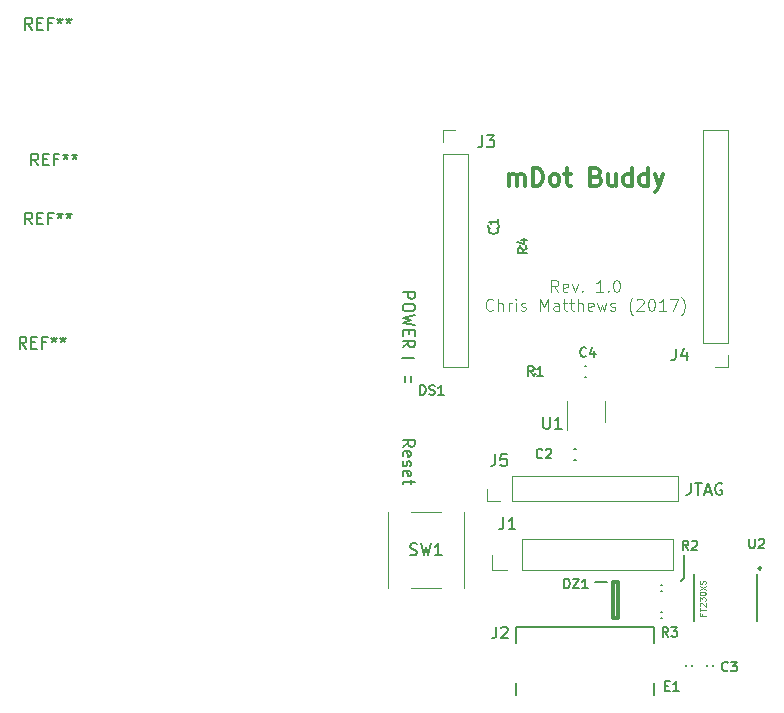
<source format=gto>
G04 #@! TF.FileFunction,Legend,Top*
%FSLAX46Y46*%
G04 Gerber Fmt 4.6, Leading zero omitted, Abs format (unit mm)*
G04 Created by KiCad (PCBNEW 4.0.7) date 01/02/18 09:07:11*
%MOMM*%
%LPD*%
G01*
G04 APERTURE LIST*
%ADD10C,0.100000*%
%ADD11C,0.300000*%
%ADD12C,0.200000*%
%ADD13C,0.150000*%
%ADD14C,0.120000*%
%ADD15C,0.350000*%
G04 APERTURE END LIST*
D10*
X108690477Y-112652381D02*
X108357143Y-112176190D01*
X108119048Y-112652381D02*
X108119048Y-111652381D01*
X108500001Y-111652381D01*
X108595239Y-111700000D01*
X108642858Y-111747619D01*
X108690477Y-111842857D01*
X108690477Y-111985714D01*
X108642858Y-112080952D01*
X108595239Y-112128571D01*
X108500001Y-112176190D01*
X108119048Y-112176190D01*
X109500001Y-112604762D02*
X109404763Y-112652381D01*
X109214286Y-112652381D01*
X109119048Y-112604762D01*
X109071429Y-112509524D01*
X109071429Y-112128571D01*
X109119048Y-112033333D01*
X109214286Y-111985714D01*
X109404763Y-111985714D01*
X109500001Y-112033333D01*
X109547620Y-112128571D01*
X109547620Y-112223810D01*
X109071429Y-112319048D01*
X109880953Y-111985714D02*
X110119048Y-112652381D01*
X110357144Y-111985714D01*
X110738096Y-112557143D02*
X110785715Y-112604762D01*
X110738096Y-112652381D01*
X110690477Y-112604762D01*
X110738096Y-112557143D01*
X110738096Y-112652381D01*
X112500001Y-112652381D02*
X111928572Y-112652381D01*
X112214286Y-112652381D02*
X112214286Y-111652381D01*
X112119048Y-111795238D01*
X112023810Y-111890476D01*
X111928572Y-111938095D01*
X112928572Y-112557143D02*
X112976191Y-112604762D01*
X112928572Y-112652381D01*
X112880953Y-112604762D01*
X112928572Y-112557143D01*
X112928572Y-112652381D01*
X113595238Y-111652381D02*
X113690477Y-111652381D01*
X113785715Y-111700000D01*
X113833334Y-111747619D01*
X113880953Y-111842857D01*
X113928572Y-112033333D01*
X113928572Y-112271429D01*
X113880953Y-112461905D01*
X113833334Y-112557143D01*
X113785715Y-112604762D01*
X113690477Y-112652381D01*
X113595238Y-112652381D01*
X113500000Y-112604762D01*
X113452381Y-112557143D01*
X113404762Y-112461905D01*
X113357143Y-112271429D01*
X113357143Y-112033333D01*
X113404762Y-111842857D01*
X113452381Y-111747619D01*
X113500000Y-111700000D01*
X113595238Y-111652381D01*
X103166666Y-114157143D02*
X103119047Y-114204762D01*
X102976190Y-114252381D01*
X102880952Y-114252381D01*
X102738094Y-114204762D01*
X102642856Y-114109524D01*
X102595237Y-114014286D01*
X102547618Y-113823810D01*
X102547618Y-113680952D01*
X102595237Y-113490476D01*
X102642856Y-113395238D01*
X102738094Y-113300000D01*
X102880952Y-113252381D01*
X102976190Y-113252381D01*
X103119047Y-113300000D01*
X103166666Y-113347619D01*
X103595237Y-114252381D02*
X103595237Y-113252381D01*
X104023809Y-114252381D02*
X104023809Y-113728571D01*
X103976190Y-113633333D01*
X103880952Y-113585714D01*
X103738094Y-113585714D01*
X103642856Y-113633333D01*
X103595237Y-113680952D01*
X104499999Y-114252381D02*
X104499999Y-113585714D01*
X104499999Y-113776190D02*
X104547618Y-113680952D01*
X104595237Y-113633333D01*
X104690475Y-113585714D01*
X104785714Y-113585714D01*
X105119047Y-114252381D02*
X105119047Y-113585714D01*
X105119047Y-113252381D02*
X105071428Y-113300000D01*
X105119047Y-113347619D01*
X105166666Y-113300000D01*
X105119047Y-113252381D01*
X105119047Y-113347619D01*
X105547618Y-114204762D02*
X105642856Y-114252381D01*
X105833332Y-114252381D01*
X105928571Y-114204762D01*
X105976190Y-114109524D01*
X105976190Y-114061905D01*
X105928571Y-113966667D01*
X105833332Y-113919048D01*
X105690475Y-113919048D01*
X105595237Y-113871429D01*
X105547618Y-113776190D01*
X105547618Y-113728571D01*
X105595237Y-113633333D01*
X105690475Y-113585714D01*
X105833332Y-113585714D01*
X105928571Y-113633333D01*
X107166666Y-114252381D02*
X107166666Y-113252381D01*
X107500000Y-113966667D01*
X107833333Y-113252381D01*
X107833333Y-114252381D01*
X108738095Y-114252381D02*
X108738095Y-113728571D01*
X108690476Y-113633333D01*
X108595238Y-113585714D01*
X108404761Y-113585714D01*
X108309523Y-113633333D01*
X108738095Y-114204762D02*
X108642857Y-114252381D01*
X108404761Y-114252381D01*
X108309523Y-114204762D01*
X108261904Y-114109524D01*
X108261904Y-114014286D01*
X108309523Y-113919048D01*
X108404761Y-113871429D01*
X108642857Y-113871429D01*
X108738095Y-113823810D01*
X109071428Y-113585714D02*
X109452380Y-113585714D01*
X109214285Y-113252381D02*
X109214285Y-114109524D01*
X109261904Y-114204762D01*
X109357142Y-114252381D01*
X109452380Y-114252381D01*
X109642857Y-113585714D02*
X110023809Y-113585714D01*
X109785714Y-113252381D02*
X109785714Y-114109524D01*
X109833333Y-114204762D01*
X109928571Y-114252381D01*
X110023809Y-114252381D01*
X110357143Y-114252381D02*
X110357143Y-113252381D01*
X110785715Y-114252381D02*
X110785715Y-113728571D01*
X110738096Y-113633333D01*
X110642858Y-113585714D01*
X110500000Y-113585714D01*
X110404762Y-113633333D01*
X110357143Y-113680952D01*
X111642858Y-114204762D02*
X111547620Y-114252381D01*
X111357143Y-114252381D01*
X111261905Y-114204762D01*
X111214286Y-114109524D01*
X111214286Y-113728571D01*
X111261905Y-113633333D01*
X111357143Y-113585714D01*
X111547620Y-113585714D01*
X111642858Y-113633333D01*
X111690477Y-113728571D01*
X111690477Y-113823810D01*
X111214286Y-113919048D01*
X112023810Y-113585714D02*
X112214286Y-114252381D01*
X112404763Y-113776190D01*
X112595239Y-114252381D01*
X112785715Y-113585714D01*
X113119048Y-114204762D02*
X113214286Y-114252381D01*
X113404762Y-114252381D01*
X113500001Y-114204762D01*
X113547620Y-114109524D01*
X113547620Y-114061905D01*
X113500001Y-113966667D01*
X113404762Y-113919048D01*
X113261905Y-113919048D01*
X113166667Y-113871429D01*
X113119048Y-113776190D01*
X113119048Y-113728571D01*
X113166667Y-113633333D01*
X113261905Y-113585714D01*
X113404762Y-113585714D01*
X113500001Y-113633333D01*
X115023811Y-114633333D02*
X114976191Y-114585714D01*
X114880953Y-114442857D01*
X114833334Y-114347619D01*
X114785715Y-114204762D01*
X114738096Y-113966667D01*
X114738096Y-113776190D01*
X114785715Y-113538095D01*
X114833334Y-113395238D01*
X114880953Y-113300000D01*
X114976191Y-113157143D01*
X115023811Y-113109524D01*
X115357144Y-113347619D02*
X115404763Y-113300000D01*
X115500001Y-113252381D01*
X115738097Y-113252381D01*
X115833335Y-113300000D01*
X115880954Y-113347619D01*
X115928573Y-113442857D01*
X115928573Y-113538095D01*
X115880954Y-113680952D01*
X115309525Y-114252381D01*
X115928573Y-114252381D01*
X116547620Y-113252381D02*
X116642859Y-113252381D01*
X116738097Y-113300000D01*
X116785716Y-113347619D01*
X116833335Y-113442857D01*
X116880954Y-113633333D01*
X116880954Y-113871429D01*
X116833335Y-114061905D01*
X116785716Y-114157143D01*
X116738097Y-114204762D01*
X116642859Y-114252381D01*
X116547620Y-114252381D01*
X116452382Y-114204762D01*
X116404763Y-114157143D01*
X116357144Y-114061905D01*
X116309525Y-113871429D01*
X116309525Y-113633333D01*
X116357144Y-113442857D01*
X116404763Y-113347619D01*
X116452382Y-113300000D01*
X116547620Y-113252381D01*
X117833335Y-114252381D02*
X117261906Y-114252381D01*
X117547620Y-114252381D02*
X117547620Y-113252381D01*
X117452382Y-113395238D01*
X117357144Y-113490476D01*
X117261906Y-113538095D01*
X118166668Y-113252381D02*
X118833335Y-113252381D01*
X118404763Y-114252381D01*
X119119049Y-114633333D02*
X119166668Y-114585714D01*
X119261906Y-114442857D01*
X119309525Y-114347619D01*
X119357144Y-114204762D01*
X119404763Y-113966667D01*
X119404763Y-113776190D01*
X119357144Y-113538095D01*
X119309525Y-113395238D01*
X119261906Y-113300000D01*
X119166668Y-113157143D01*
X119119049Y-113109524D01*
D11*
X104571429Y-103678571D02*
X104571429Y-102678571D01*
X104571429Y-102821429D02*
X104642857Y-102750000D01*
X104785715Y-102678571D01*
X105000000Y-102678571D01*
X105142857Y-102750000D01*
X105214286Y-102892857D01*
X105214286Y-103678571D01*
X105214286Y-102892857D02*
X105285715Y-102750000D01*
X105428572Y-102678571D01*
X105642857Y-102678571D01*
X105785715Y-102750000D01*
X105857143Y-102892857D01*
X105857143Y-103678571D01*
X106571429Y-103678571D02*
X106571429Y-102178571D01*
X106928572Y-102178571D01*
X107142857Y-102250000D01*
X107285715Y-102392857D01*
X107357143Y-102535714D01*
X107428572Y-102821429D01*
X107428572Y-103035714D01*
X107357143Y-103321429D01*
X107285715Y-103464286D01*
X107142857Y-103607143D01*
X106928572Y-103678571D01*
X106571429Y-103678571D01*
X108285715Y-103678571D02*
X108142857Y-103607143D01*
X108071429Y-103535714D01*
X108000000Y-103392857D01*
X108000000Y-102964286D01*
X108071429Y-102821429D01*
X108142857Y-102750000D01*
X108285715Y-102678571D01*
X108500000Y-102678571D01*
X108642857Y-102750000D01*
X108714286Y-102821429D01*
X108785715Y-102964286D01*
X108785715Y-103392857D01*
X108714286Y-103535714D01*
X108642857Y-103607143D01*
X108500000Y-103678571D01*
X108285715Y-103678571D01*
X109214286Y-102678571D02*
X109785715Y-102678571D01*
X109428572Y-102178571D02*
X109428572Y-103464286D01*
X109500000Y-103607143D01*
X109642858Y-103678571D01*
X109785715Y-103678571D01*
X111928572Y-102892857D02*
X112142858Y-102964286D01*
X112214286Y-103035714D01*
X112285715Y-103178571D01*
X112285715Y-103392857D01*
X112214286Y-103535714D01*
X112142858Y-103607143D01*
X112000000Y-103678571D01*
X111428572Y-103678571D01*
X111428572Y-102178571D01*
X111928572Y-102178571D01*
X112071429Y-102250000D01*
X112142858Y-102321429D01*
X112214286Y-102464286D01*
X112214286Y-102607143D01*
X112142858Y-102750000D01*
X112071429Y-102821429D01*
X111928572Y-102892857D01*
X111428572Y-102892857D01*
X113571429Y-102678571D02*
X113571429Y-103678571D01*
X112928572Y-102678571D02*
X112928572Y-103464286D01*
X113000000Y-103607143D01*
X113142858Y-103678571D01*
X113357143Y-103678571D01*
X113500000Y-103607143D01*
X113571429Y-103535714D01*
X114928572Y-103678571D02*
X114928572Y-102178571D01*
X114928572Y-103607143D02*
X114785715Y-103678571D01*
X114500001Y-103678571D01*
X114357143Y-103607143D01*
X114285715Y-103535714D01*
X114214286Y-103392857D01*
X114214286Y-102964286D01*
X114285715Y-102821429D01*
X114357143Y-102750000D01*
X114500001Y-102678571D01*
X114785715Y-102678571D01*
X114928572Y-102750000D01*
X116285715Y-103678571D02*
X116285715Y-102178571D01*
X116285715Y-103607143D02*
X116142858Y-103678571D01*
X115857144Y-103678571D01*
X115714286Y-103607143D01*
X115642858Y-103535714D01*
X115571429Y-103392857D01*
X115571429Y-102964286D01*
X115642858Y-102821429D01*
X115714286Y-102750000D01*
X115857144Y-102678571D01*
X116142858Y-102678571D01*
X116285715Y-102750000D01*
X116857144Y-102678571D02*
X117214287Y-103678571D01*
X117571429Y-102678571D02*
X117214287Y-103678571D01*
X117071429Y-104035714D01*
X117000001Y-104107143D01*
X116857144Y-104178571D01*
D12*
X95547619Y-125761905D02*
X96023810Y-125428571D01*
X95547619Y-125190476D02*
X96547619Y-125190476D01*
X96547619Y-125571429D01*
X96500000Y-125666667D01*
X96452381Y-125714286D01*
X96357143Y-125761905D01*
X96214286Y-125761905D01*
X96119048Y-125714286D01*
X96071429Y-125666667D01*
X96023810Y-125571429D01*
X96023810Y-125190476D01*
X95595238Y-126571429D02*
X95547619Y-126476191D01*
X95547619Y-126285714D01*
X95595238Y-126190476D01*
X95690476Y-126142857D01*
X96071429Y-126142857D01*
X96166667Y-126190476D01*
X96214286Y-126285714D01*
X96214286Y-126476191D01*
X96166667Y-126571429D01*
X96071429Y-126619048D01*
X95976190Y-126619048D01*
X95880952Y-126142857D01*
X95595238Y-127000000D02*
X95547619Y-127095238D01*
X95547619Y-127285714D01*
X95595238Y-127380953D01*
X95690476Y-127428572D01*
X95738095Y-127428572D01*
X95833333Y-127380953D01*
X95880952Y-127285714D01*
X95880952Y-127142857D01*
X95928571Y-127047619D01*
X96023810Y-127000000D01*
X96071429Y-127000000D01*
X96166667Y-127047619D01*
X96214286Y-127142857D01*
X96214286Y-127285714D01*
X96166667Y-127380953D01*
X95595238Y-128238096D02*
X95547619Y-128142858D01*
X95547619Y-127952381D01*
X95595238Y-127857143D01*
X95690476Y-127809524D01*
X96071429Y-127809524D01*
X96166667Y-127857143D01*
X96214286Y-127952381D01*
X96214286Y-128142858D01*
X96166667Y-128238096D01*
X96071429Y-128285715D01*
X95976190Y-128285715D01*
X95880952Y-127809524D01*
X96214286Y-128571429D02*
X96214286Y-128952381D01*
X96547619Y-128714286D02*
X95690476Y-128714286D01*
X95595238Y-128761905D01*
X95547619Y-128857143D01*
X95547619Y-128952381D01*
X95547619Y-112690476D02*
X96547619Y-112690476D01*
X96547619Y-113071429D01*
X96500000Y-113166667D01*
X96452381Y-113214286D01*
X96357143Y-113261905D01*
X96214286Y-113261905D01*
X96119048Y-113214286D01*
X96071429Y-113166667D01*
X96023810Y-113071429D01*
X96023810Y-112690476D01*
X96547619Y-113880952D02*
X96547619Y-114071429D01*
X96500000Y-114166667D01*
X96404762Y-114261905D01*
X96214286Y-114309524D01*
X95880952Y-114309524D01*
X95690476Y-114261905D01*
X95595238Y-114166667D01*
X95547619Y-114071429D01*
X95547619Y-113880952D01*
X95595238Y-113785714D01*
X95690476Y-113690476D01*
X95880952Y-113642857D01*
X96214286Y-113642857D01*
X96404762Y-113690476D01*
X96500000Y-113785714D01*
X96547619Y-113880952D01*
X96547619Y-114642857D02*
X95547619Y-114880952D01*
X96261905Y-115071429D01*
X95547619Y-115261905D01*
X96547619Y-115500000D01*
X96071429Y-115880952D02*
X96071429Y-116214286D01*
X95547619Y-116357143D02*
X95547619Y-115880952D01*
X96547619Y-115880952D01*
X96547619Y-116357143D01*
X95547619Y-117357143D02*
X96023810Y-117023809D01*
X95547619Y-116785714D02*
X96547619Y-116785714D01*
X96547619Y-117166667D01*
X96500000Y-117261905D01*
X96452381Y-117309524D01*
X96357143Y-117357143D01*
X96214286Y-117357143D01*
X96119048Y-117309524D01*
X96071429Y-117261905D01*
X96023810Y-117166667D01*
X96023810Y-116785714D01*
X119350000Y-136900000D02*
X119100000Y-137150000D01*
X119350000Y-134950000D02*
X119350000Y-136900000D01*
D13*
X103721000Y-107171000D02*
X103721000Y-107029000D01*
X103721000Y-107029000D02*
X103721000Y-107171000D01*
X102779000Y-107171000D02*
X102779000Y-107029000D01*
X102779000Y-107029000D02*
X102779000Y-107171000D01*
X105946000Y-108871000D02*
X105946000Y-108729000D01*
X105946000Y-108729000D02*
X105946000Y-108871000D01*
X105454000Y-108871000D02*
X105454000Y-108729000D01*
X105454000Y-108729000D02*
X105454000Y-108871000D01*
X106821000Y-119154000D02*
X106679000Y-119154000D01*
X106679000Y-119154000D02*
X106821000Y-119154000D01*
X106821000Y-119646000D02*
X106679000Y-119646000D01*
X106679000Y-119646000D02*
X106821000Y-119646000D01*
X110929000Y-119871000D02*
X111071000Y-119871000D01*
X111071000Y-119871000D02*
X110929000Y-119871000D01*
X110929000Y-118929000D02*
X111071000Y-118929000D01*
X111071000Y-118929000D02*
X110929000Y-118929000D01*
X110171000Y-125929000D02*
X110029000Y-125929000D01*
X110029000Y-125929000D02*
X110171000Y-125929000D01*
X110171000Y-126871000D02*
X110029000Y-126871000D01*
X110029000Y-126871000D02*
X110171000Y-126871000D01*
X95750000Y-120250000D02*
X95750000Y-119750000D01*
X96250000Y-119750000D02*
X96250000Y-120250000D01*
X96500000Y-118250000D02*
X95500000Y-118250000D01*
X120016000Y-144351000D02*
X120016000Y-144209000D01*
X120016000Y-144209000D02*
X120016000Y-144351000D01*
X119524000Y-144351000D02*
X119524000Y-144209000D01*
X119524000Y-144209000D02*
X119524000Y-144351000D01*
X121304000Y-144229000D02*
X121304000Y-144371000D01*
X121304000Y-144371000D02*
X121304000Y-144229000D01*
X121796000Y-144229000D02*
X121796000Y-144371000D01*
X121796000Y-144371000D02*
X121796000Y-144229000D01*
X117521000Y-139754000D02*
X117379000Y-139754000D01*
X117379000Y-139754000D02*
X117521000Y-139754000D01*
X117521000Y-140246000D02*
X117379000Y-140246000D01*
X117379000Y-140246000D02*
X117521000Y-140246000D01*
X117379000Y-137946000D02*
X117521000Y-137946000D01*
X117521000Y-137946000D02*
X117379000Y-137946000D01*
X117379000Y-137454000D02*
X117521000Y-137454000D01*
X117521000Y-137454000D02*
X117379000Y-137454000D01*
D14*
X123060000Y-117000000D02*
X123060000Y-98940000D01*
X123060000Y-98940000D02*
X120940000Y-98940000D01*
X120940000Y-98940000D02*
X120940000Y-117000000D01*
X120940000Y-117000000D02*
X123060000Y-117000000D01*
X123060000Y-118000000D02*
X123060000Y-119060000D01*
X123060000Y-119060000D02*
X122000000Y-119060000D01*
X98940000Y-101000000D02*
X98940000Y-119060000D01*
X98940000Y-119060000D02*
X101060000Y-119060000D01*
X101060000Y-119060000D02*
X101060000Y-101000000D01*
X101060000Y-101000000D02*
X98940000Y-101000000D01*
X98940000Y-100000000D02*
X98940000Y-98940000D01*
X98940000Y-98940000D02*
X100000000Y-98940000D01*
X104750000Y-130400000D02*
X118810000Y-130400000D01*
X118810000Y-130400000D02*
X118810000Y-128280000D01*
X118810000Y-128280000D02*
X104750000Y-128280000D01*
X104750000Y-128280000D02*
X104750000Y-130400000D01*
X103750000Y-130400000D02*
X102690000Y-130400000D01*
X102690000Y-130400000D02*
X102690000Y-129340000D01*
X105670000Y-136230000D02*
X118430000Y-136230000D01*
X118430000Y-136230000D02*
X118430000Y-133570000D01*
X118430000Y-133570000D02*
X105670000Y-133570000D01*
X105670000Y-133570000D02*
X105670000Y-136230000D01*
X104400000Y-136230000D02*
X103070000Y-136230000D01*
X103070000Y-136230000D02*
X103070000Y-134900000D01*
D13*
X125509000Y-136550000D02*
X125509000Y-140550000D01*
X120191000Y-136550000D02*
X120191000Y-140550000D01*
X125763000Y-135915000D02*
X125890000Y-136042000D01*
X125890000Y-136042000D02*
X125763000Y-136169000D01*
X125763000Y-136169000D02*
X125636000Y-136042000D01*
X125636000Y-136042000D02*
X125763000Y-135915000D01*
X112800000Y-137250000D02*
X111800000Y-137250000D01*
D15*
X113300000Y-137250000D02*
X113800000Y-137250000D01*
X113800000Y-137250000D02*
X113800000Y-140250000D01*
X113800000Y-140250000D02*
X113300000Y-140250000D01*
X113300000Y-140250000D02*
X113300000Y-137250000D01*
D13*
X116850000Y-145800000D02*
X116850000Y-146800000D01*
X105150000Y-145800000D02*
X105150000Y-146800000D01*
X105150000Y-142400000D02*
X105150000Y-141000000D01*
X105150000Y-141000000D02*
X116850000Y-141000000D01*
X116850000Y-141000000D02*
X116850000Y-142400000D01*
D14*
X94270000Y-131270000D02*
X94300000Y-131270000D01*
X100730000Y-131270000D02*
X100700000Y-131270000D01*
X100730000Y-137730000D02*
X100700000Y-137730000D01*
X94300000Y-137730000D02*
X94270000Y-137730000D01*
X96200000Y-131270000D02*
X98800000Y-131270000D01*
X94270000Y-137730000D02*
X94270000Y-131270000D01*
X96200000Y-137730000D02*
X98800000Y-137730000D01*
X100730000Y-137730000D02*
X100730000Y-131270000D01*
X112660000Y-123700000D02*
X112660000Y-121900000D01*
X109440000Y-121900000D02*
X109440000Y-124350000D01*
D13*
X103535714Y-107233333D02*
X103573810Y-107271428D01*
X103611905Y-107385714D01*
X103611905Y-107461904D01*
X103573810Y-107576190D01*
X103497619Y-107652381D01*
X103421429Y-107690476D01*
X103269048Y-107728571D01*
X103154762Y-107728571D01*
X103002381Y-107690476D01*
X102926190Y-107652381D01*
X102850000Y-107576190D01*
X102811905Y-107461904D01*
X102811905Y-107385714D01*
X102850000Y-107271428D01*
X102888095Y-107233333D01*
X103611905Y-106471428D02*
X103611905Y-106928571D01*
X103611905Y-106700000D02*
X102811905Y-106700000D01*
X102926190Y-106776190D01*
X103002381Y-106852381D01*
X103040476Y-106928571D01*
X106061905Y-108933333D02*
X105680952Y-109200000D01*
X106061905Y-109390476D02*
X105261905Y-109390476D01*
X105261905Y-109085714D01*
X105300000Y-109009523D01*
X105338095Y-108971428D01*
X105414286Y-108933333D01*
X105528571Y-108933333D01*
X105604762Y-108971428D01*
X105642857Y-109009523D01*
X105680952Y-109085714D01*
X105680952Y-109390476D01*
X105528571Y-108247619D02*
X106061905Y-108247619D01*
X105223810Y-108438095D02*
X105795238Y-108628571D01*
X105795238Y-108133333D01*
X106616667Y-119761905D02*
X106350000Y-119380952D01*
X106159524Y-119761905D02*
X106159524Y-118961905D01*
X106464286Y-118961905D01*
X106540477Y-119000000D01*
X106578572Y-119038095D01*
X106616667Y-119114286D01*
X106616667Y-119228571D01*
X106578572Y-119304762D01*
X106540477Y-119342857D01*
X106464286Y-119380952D01*
X106159524Y-119380952D01*
X107378572Y-119761905D02*
X106921429Y-119761905D01*
X107150000Y-119761905D02*
X107150000Y-118961905D01*
X107073810Y-119076190D01*
X106997619Y-119152381D01*
X106921429Y-119190476D01*
X111066667Y-118085714D02*
X111028572Y-118123810D01*
X110914286Y-118161905D01*
X110838096Y-118161905D01*
X110723810Y-118123810D01*
X110647619Y-118047619D01*
X110609524Y-117971429D01*
X110571429Y-117819048D01*
X110571429Y-117704762D01*
X110609524Y-117552381D01*
X110647619Y-117476190D01*
X110723810Y-117400000D01*
X110838096Y-117361905D01*
X110914286Y-117361905D01*
X111028572Y-117400000D01*
X111066667Y-117438095D01*
X111752381Y-117628571D02*
X111752381Y-118161905D01*
X111561905Y-117323810D02*
X111371429Y-117895238D01*
X111866667Y-117895238D01*
X107366667Y-126685714D02*
X107328572Y-126723810D01*
X107214286Y-126761905D01*
X107138096Y-126761905D01*
X107023810Y-126723810D01*
X106947619Y-126647619D01*
X106909524Y-126571429D01*
X106871429Y-126419048D01*
X106871429Y-126304762D01*
X106909524Y-126152381D01*
X106947619Y-126076190D01*
X107023810Y-126000000D01*
X107138096Y-125961905D01*
X107214286Y-125961905D01*
X107328572Y-126000000D01*
X107366667Y-126038095D01*
X107671429Y-126038095D02*
X107709524Y-126000000D01*
X107785715Y-125961905D01*
X107976191Y-125961905D01*
X108052381Y-126000000D01*
X108090477Y-126038095D01*
X108128572Y-126114286D01*
X108128572Y-126190476D01*
X108090477Y-126304762D01*
X107633334Y-126761905D01*
X108128572Y-126761905D01*
X97028571Y-121361905D02*
X97028571Y-120561905D01*
X97219047Y-120561905D01*
X97333333Y-120600000D01*
X97409524Y-120676190D01*
X97447619Y-120752381D01*
X97485714Y-120904762D01*
X97485714Y-121019048D01*
X97447619Y-121171429D01*
X97409524Y-121247619D01*
X97333333Y-121323810D01*
X97219047Y-121361905D01*
X97028571Y-121361905D01*
X97790476Y-121323810D02*
X97904762Y-121361905D01*
X98095238Y-121361905D01*
X98171428Y-121323810D01*
X98209524Y-121285714D01*
X98247619Y-121209524D01*
X98247619Y-121133333D01*
X98209524Y-121057143D01*
X98171428Y-121019048D01*
X98095238Y-120980952D01*
X97942857Y-120942857D01*
X97866666Y-120904762D01*
X97828571Y-120866667D01*
X97790476Y-120790476D01*
X97790476Y-120714286D01*
X97828571Y-120638095D01*
X97866666Y-120600000D01*
X97942857Y-120561905D01*
X98133333Y-120561905D01*
X98247619Y-120600000D01*
X99009524Y-121361905D02*
X98552381Y-121361905D01*
X98780952Y-121361905D02*
X98780952Y-120561905D01*
X98704762Y-120676190D01*
X98628571Y-120752381D01*
X98552381Y-120790476D01*
X117747619Y-146022857D02*
X118014286Y-146022857D01*
X118128572Y-146441905D02*
X117747619Y-146441905D01*
X117747619Y-145641905D01*
X118128572Y-145641905D01*
X118890477Y-146441905D02*
X118433334Y-146441905D01*
X118661905Y-146441905D02*
X118661905Y-145641905D01*
X118585715Y-145756190D01*
X118509524Y-145832381D01*
X118433334Y-145870476D01*
X123041667Y-144710714D02*
X123003572Y-144748810D01*
X122889286Y-144786905D01*
X122813096Y-144786905D01*
X122698810Y-144748810D01*
X122622619Y-144672619D01*
X122584524Y-144596429D01*
X122546429Y-144444048D01*
X122546429Y-144329762D01*
X122584524Y-144177381D01*
X122622619Y-144101190D01*
X122698810Y-144025000D01*
X122813096Y-143986905D01*
X122889286Y-143986905D01*
X123003572Y-144025000D01*
X123041667Y-144063095D01*
X123308334Y-143986905D02*
X123803572Y-143986905D01*
X123536905Y-144291667D01*
X123651191Y-144291667D01*
X123727381Y-144329762D01*
X123765477Y-144367857D01*
X123803572Y-144444048D01*
X123803572Y-144634524D01*
X123765477Y-144710714D01*
X123727381Y-144748810D01*
X123651191Y-144786905D01*
X123422619Y-144786905D01*
X123346429Y-144748810D01*
X123308334Y-144710714D01*
X118016667Y-141861905D02*
X117750000Y-141480952D01*
X117559524Y-141861905D02*
X117559524Y-141061905D01*
X117864286Y-141061905D01*
X117940477Y-141100000D01*
X117978572Y-141138095D01*
X118016667Y-141214286D01*
X118016667Y-141328571D01*
X117978572Y-141404762D01*
X117940477Y-141442857D01*
X117864286Y-141480952D01*
X117559524Y-141480952D01*
X118283334Y-141061905D02*
X118778572Y-141061905D01*
X118511905Y-141366667D01*
X118626191Y-141366667D01*
X118702381Y-141404762D01*
X118740477Y-141442857D01*
X118778572Y-141519048D01*
X118778572Y-141709524D01*
X118740477Y-141785714D01*
X118702381Y-141823810D01*
X118626191Y-141861905D01*
X118397619Y-141861905D01*
X118321429Y-141823810D01*
X118283334Y-141785714D01*
X119716667Y-134511905D02*
X119450000Y-134130952D01*
X119259524Y-134511905D02*
X119259524Y-133711905D01*
X119564286Y-133711905D01*
X119640477Y-133750000D01*
X119678572Y-133788095D01*
X119716667Y-133864286D01*
X119716667Y-133978571D01*
X119678572Y-134054762D01*
X119640477Y-134092857D01*
X119564286Y-134130952D01*
X119259524Y-134130952D01*
X120021429Y-133788095D02*
X120059524Y-133750000D01*
X120135715Y-133711905D01*
X120326191Y-133711905D01*
X120402381Y-133750000D01*
X120440477Y-133788095D01*
X120478572Y-133864286D01*
X120478572Y-133940476D01*
X120440477Y-134054762D01*
X119983334Y-134511905D01*
X120478572Y-134511905D01*
X118666667Y-117452381D02*
X118666667Y-118166667D01*
X118619047Y-118309524D01*
X118523809Y-118404762D01*
X118380952Y-118452381D01*
X118285714Y-118452381D01*
X119571429Y-117785714D02*
X119571429Y-118452381D01*
X119333333Y-117404762D02*
X119095238Y-118119048D01*
X119714286Y-118119048D01*
X102276667Y-99412381D02*
X102276667Y-100126667D01*
X102229047Y-100269524D01*
X102133809Y-100364762D01*
X101990952Y-100412381D01*
X101895714Y-100412381D01*
X102657619Y-99412381D02*
X103276667Y-99412381D01*
X102943333Y-99793333D01*
X103086191Y-99793333D01*
X103181429Y-99840952D01*
X103229048Y-99888571D01*
X103276667Y-99983810D01*
X103276667Y-100221905D01*
X103229048Y-100317143D01*
X103181429Y-100364762D01*
X103086191Y-100412381D01*
X102800476Y-100412381D01*
X102705238Y-100364762D01*
X102657619Y-100317143D01*
X103376667Y-126402381D02*
X103376667Y-127116667D01*
X103329047Y-127259524D01*
X103233809Y-127354762D01*
X103090952Y-127402381D01*
X102995714Y-127402381D01*
X104329048Y-126402381D02*
X103852857Y-126402381D01*
X103805238Y-126878571D01*
X103852857Y-126830952D01*
X103948095Y-126783333D01*
X104186191Y-126783333D01*
X104281429Y-126830952D01*
X104329048Y-126878571D01*
X104376667Y-126973810D01*
X104376667Y-127211905D01*
X104329048Y-127307143D01*
X104281429Y-127354762D01*
X104186191Y-127402381D01*
X103948095Y-127402381D01*
X103852857Y-127354762D01*
X103805238Y-127307143D01*
X119933334Y-128852381D02*
X119933334Y-129566667D01*
X119885714Y-129709524D01*
X119790476Y-129804762D01*
X119647619Y-129852381D01*
X119552381Y-129852381D01*
X120266667Y-128852381D02*
X120838096Y-128852381D01*
X120552381Y-129852381D02*
X120552381Y-128852381D01*
X121123810Y-129566667D02*
X121600001Y-129566667D01*
X121028572Y-129852381D02*
X121361905Y-128852381D01*
X121695239Y-129852381D01*
X122552382Y-128900000D02*
X122457144Y-128852381D01*
X122314287Y-128852381D01*
X122171429Y-128900000D01*
X122076191Y-128995238D01*
X122028572Y-129090476D01*
X121980953Y-129280952D01*
X121980953Y-129423810D01*
X122028572Y-129614286D01*
X122076191Y-129709524D01*
X122171429Y-129804762D01*
X122314287Y-129852381D01*
X122409525Y-129852381D01*
X122552382Y-129804762D01*
X122600001Y-129757143D01*
X122600001Y-129423810D01*
X122409525Y-129423810D01*
X104066667Y-131752381D02*
X104066667Y-132466667D01*
X104019047Y-132609524D01*
X103923809Y-132704762D01*
X103780952Y-132752381D01*
X103685714Y-132752381D01*
X105066667Y-132752381D02*
X104495238Y-132752381D01*
X104780952Y-132752381D02*
X104780952Y-131752381D01*
X104685714Y-131895238D01*
X104590476Y-131990476D01*
X104495238Y-132038095D01*
X124890476Y-133561905D02*
X124890476Y-134209524D01*
X124928571Y-134285714D01*
X124966667Y-134323810D01*
X125042857Y-134361905D01*
X125195238Y-134361905D01*
X125271429Y-134323810D01*
X125309524Y-134285714D01*
X125347619Y-134209524D01*
X125347619Y-133561905D01*
X125690476Y-133638095D02*
X125728571Y-133600000D01*
X125804762Y-133561905D01*
X125995238Y-133561905D01*
X126071428Y-133600000D01*
X126109524Y-133638095D01*
X126147619Y-133714286D01*
X126147619Y-133790476D01*
X126109524Y-133904762D01*
X125652381Y-134361905D01*
X126147619Y-134361905D01*
D10*
X120914286Y-139909522D02*
X120914286Y-140076188D01*
X121176190Y-140076188D02*
X120676190Y-140076188D01*
X120676190Y-139838093D01*
X120676190Y-139719046D02*
X120676190Y-139433332D01*
X121176190Y-139576189D02*
X120676190Y-139576189D01*
X120723810Y-139290475D02*
X120700000Y-139266665D01*
X120676190Y-139219046D01*
X120676190Y-139099999D01*
X120700000Y-139052380D01*
X120723810Y-139028570D01*
X120771429Y-139004761D01*
X120819048Y-139004761D01*
X120890476Y-139028570D01*
X121176190Y-139314284D01*
X121176190Y-139004761D01*
X120676190Y-138838094D02*
X120676190Y-138528571D01*
X120866667Y-138695237D01*
X120866667Y-138623809D01*
X120890476Y-138576190D01*
X120914286Y-138552380D01*
X120961905Y-138528571D01*
X121080952Y-138528571D01*
X121128571Y-138552380D01*
X121152381Y-138576190D01*
X121176190Y-138623809D01*
X121176190Y-138766666D01*
X121152381Y-138814285D01*
X121128571Y-138838094D01*
X120676190Y-138219047D02*
X120676190Y-138171428D01*
X120700000Y-138123809D01*
X120723810Y-138100000D01*
X120771429Y-138076190D01*
X120866667Y-138052381D01*
X120985714Y-138052381D01*
X121080952Y-138076190D01*
X121128571Y-138100000D01*
X121152381Y-138123809D01*
X121176190Y-138171428D01*
X121176190Y-138219047D01*
X121152381Y-138266666D01*
X121128571Y-138290476D01*
X121080952Y-138314285D01*
X120985714Y-138338095D01*
X120866667Y-138338095D01*
X120771429Y-138314285D01*
X120723810Y-138290476D01*
X120700000Y-138266666D01*
X120676190Y-138219047D01*
X120676190Y-137885714D02*
X121176190Y-137552381D01*
X120676190Y-137552381D02*
X121176190Y-137885714D01*
X121152381Y-137385715D02*
X121176190Y-137314286D01*
X121176190Y-137195239D01*
X121152381Y-137147620D01*
X121128571Y-137123810D01*
X121080952Y-137100001D01*
X121033333Y-137100001D01*
X120985714Y-137123810D01*
X120961905Y-137147620D01*
X120938095Y-137195239D01*
X120914286Y-137290477D01*
X120890476Y-137338096D01*
X120866667Y-137361905D01*
X120819048Y-137385715D01*
X120771429Y-137385715D01*
X120723810Y-137361905D01*
X120700000Y-137338096D01*
X120676190Y-137290477D01*
X120676190Y-137171429D01*
X120700000Y-137100001D01*
D13*
X109228571Y-137761905D02*
X109228571Y-136961905D01*
X109419047Y-136961905D01*
X109533333Y-137000000D01*
X109609524Y-137076190D01*
X109647619Y-137152381D01*
X109685714Y-137304762D01*
X109685714Y-137419048D01*
X109647619Y-137571429D01*
X109609524Y-137647619D01*
X109533333Y-137723810D01*
X109419047Y-137761905D01*
X109228571Y-137761905D01*
X109952381Y-136961905D02*
X110485714Y-136961905D01*
X109952381Y-137761905D01*
X110485714Y-137761905D01*
X111209524Y-137761905D02*
X110752381Y-137761905D01*
X110980952Y-137761905D02*
X110980952Y-136961905D01*
X110904762Y-137076190D01*
X110828571Y-137152381D01*
X110752381Y-137190476D01*
X103441667Y-141002381D02*
X103441667Y-141716667D01*
X103394047Y-141859524D01*
X103298809Y-141954762D01*
X103155952Y-142002381D01*
X103060714Y-142002381D01*
X103870238Y-141097619D02*
X103917857Y-141050000D01*
X104013095Y-141002381D01*
X104251191Y-141002381D01*
X104346429Y-141050000D01*
X104394048Y-141097619D01*
X104441667Y-141192857D01*
X104441667Y-141288095D01*
X104394048Y-141430952D01*
X103822619Y-142002381D01*
X104441667Y-142002381D01*
X96166667Y-134904762D02*
X96309524Y-134952381D01*
X96547620Y-134952381D01*
X96642858Y-134904762D01*
X96690477Y-134857143D01*
X96738096Y-134761905D01*
X96738096Y-134666667D01*
X96690477Y-134571429D01*
X96642858Y-134523810D01*
X96547620Y-134476190D01*
X96357143Y-134428571D01*
X96261905Y-134380952D01*
X96214286Y-134333333D01*
X96166667Y-134238095D01*
X96166667Y-134142857D01*
X96214286Y-134047619D01*
X96261905Y-134000000D01*
X96357143Y-133952381D01*
X96595239Y-133952381D01*
X96738096Y-134000000D01*
X97071429Y-133952381D02*
X97309524Y-134952381D01*
X97500001Y-134238095D01*
X97690477Y-134952381D01*
X97928572Y-133952381D01*
X98833334Y-134952381D02*
X98261905Y-134952381D01*
X98547619Y-134952381D02*
X98547619Y-133952381D01*
X98452381Y-134095238D01*
X98357143Y-134190476D01*
X98261905Y-134238095D01*
X107438095Y-123252381D02*
X107438095Y-124061905D01*
X107485714Y-124157143D01*
X107533333Y-124204762D01*
X107628571Y-124252381D01*
X107819048Y-124252381D01*
X107914286Y-124204762D01*
X107961905Y-124157143D01*
X108009524Y-124061905D01*
X108009524Y-123252381D01*
X109009524Y-124252381D02*
X108438095Y-124252381D01*
X108723809Y-124252381D02*
X108723809Y-123252381D01*
X108628571Y-123395238D01*
X108533333Y-123490476D01*
X108438095Y-123538095D01*
X64166667Y-106952381D02*
X63833333Y-106476190D01*
X63595238Y-106952381D02*
X63595238Y-105952381D01*
X63976191Y-105952381D01*
X64071429Y-106000000D01*
X64119048Y-106047619D01*
X64166667Y-106142857D01*
X64166667Y-106285714D01*
X64119048Y-106380952D01*
X64071429Y-106428571D01*
X63976191Y-106476190D01*
X63595238Y-106476190D01*
X64595238Y-106428571D02*
X64928572Y-106428571D01*
X65071429Y-106952381D02*
X64595238Y-106952381D01*
X64595238Y-105952381D01*
X65071429Y-105952381D01*
X65833334Y-106428571D02*
X65500000Y-106428571D01*
X65500000Y-106952381D02*
X65500000Y-105952381D01*
X65976191Y-105952381D01*
X66500000Y-105952381D02*
X66500000Y-106190476D01*
X66261905Y-106095238D02*
X66500000Y-106190476D01*
X66738096Y-106095238D01*
X66357143Y-106380952D02*
X66500000Y-106190476D01*
X66642858Y-106380952D01*
X67261905Y-105952381D02*
X67261905Y-106190476D01*
X67023810Y-106095238D02*
X67261905Y-106190476D01*
X67500001Y-106095238D01*
X67119048Y-106380952D02*
X67261905Y-106190476D01*
X67404763Y-106380952D01*
X64666667Y-101952381D02*
X64333333Y-101476190D01*
X64095238Y-101952381D02*
X64095238Y-100952381D01*
X64476191Y-100952381D01*
X64571429Y-101000000D01*
X64619048Y-101047619D01*
X64666667Y-101142857D01*
X64666667Y-101285714D01*
X64619048Y-101380952D01*
X64571429Y-101428571D01*
X64476191Y-101476190D01*
X64095238Y-101476190D01*
X65095238Y-101428571D02*
X65428572Y-101428571D01*
X65571429Y-101952381D02*
X65095238Y-101952381D01*
X65095238Y-100952381D01*
X65571429Y-100952381D01*
X66333334Y-101428571D02*
X66000000Y-101428571D01*
X66000000Y-101952381D02*
X66000000Y-100952381D01*
X66476191Y-100952381D01*
X67000000Y-100952381D02*
X67000000Y-101190476D01*
X66761905Y-101095238D02*
X67000000Y-101190476D01*
X67238096Y-101095238D01*
X66857143Y-101380952D02*
X67000000Y-101190476D01*
X67142858Y-101380952D01*
X67761905Y-100952381D02*
X67761905Y-101190476D01*
X67523810Y-101095238D02*
X67761905Y-101190476D01*
X68000001Y-101095238D01*
X67619048Y-101380952D02*
X67761905Y-101190476D01*
X67904763Y-101380952D01*
X63666667Y-117452381D02*
X63333333Y-116976190D01*
X63095238Y-117452381D02*
X63095238Y-116452381D01*
X63476191Y-116452381D01*
X63571429Y-116500000D01*
X63619048Y-116547619D01*
X63666667Y-116642857D01*
X63666667Y-116785714D01*
X63619048Y-116880952D01*
X63571429Y-116928571D01*
X63476191Y-116976190D01*
X63095238Y-116976190D01*
X64095238Y-116928571D02*
X64428572Y-116928571D01*
X64571429Y-117452381D02*
X64095238Y-117452381D01*
X64095238Y-116452381D01*
X64571429Y-116452381D01*
X65333334Y-116928571D02*
X65000000Y-116928571D01*
X65000000Y-117452381D02*
X65000000Y-116452381D01*
X65476191Y-116452381D01*
X66000000Y-116452381D02*
X66000000Y-116690476D01*
X65761905Y-116595238D02*
X66000000Y-116690476D01*
X66238096Y-116595238D01*
X65857143Y-116880952D02*
X66000000Y-116690476D01*
X66142858Y-116880952D01*
X66761905Y-116452381D02*
X66761905Y-116690476D01*
X66523810Y-116595238D02*
X66761905Y-116690476D01*
X67000001Y-116595238D01*
X66619048Y-116880952D02*
X66761905Y-116690476D01*
X66904763Y-116880952D01*
X64166667Y-90452381D02*
X63833333Y-89976190D01*
X63595238Y-90452381D02*
X63595238Y-89452381D01*
X63976191Y-89452381D01*
X64071429Y-89500000D01*
X64119048Y-89547619D01*
X64166667Y-89642857D01*
X64166667Y-89785714D01*
X64119048Y-89880952D01*
X64071429Y-89928571D01*
X63976191Y-89976190D01*
X63595238Y-89976190D01*
X64595238Y-89928571D02*
X64928572Y-89928571D01*
X65071429Y-90452381D02*
X64595238Y-90452381D01*
X64595238Y-89452381D01*
X65071429Y-89452381D01*
X65833334Y-89928571D02*
X65500000Y-89928571D01*
X65500000Y-90452381D02*
X65500000Y-89452381D01*
X65976191Y-89452381D01*
X66500000Y-89452381D02*
X66500000Y-89690476D01*
X66261905Y-89595238D02*
X66500000Y-89690476D01*
X66738096Y-89595238D01*
X66357143Y-89880952D02*
X66500000Y-89690476D01*
X66642858Y-89880952D01*
X67261905Y-89452381D02*
X67261905Y-89690476D01*
X67023810Y-89595238D02*
X67261905Y-89690476D01*
X67500001Y-89595238D01*
X67119048Y-89880952D02*
X67261905Y-89690476D01*
X67404763Y-89880952D01*
M02*

</source>
